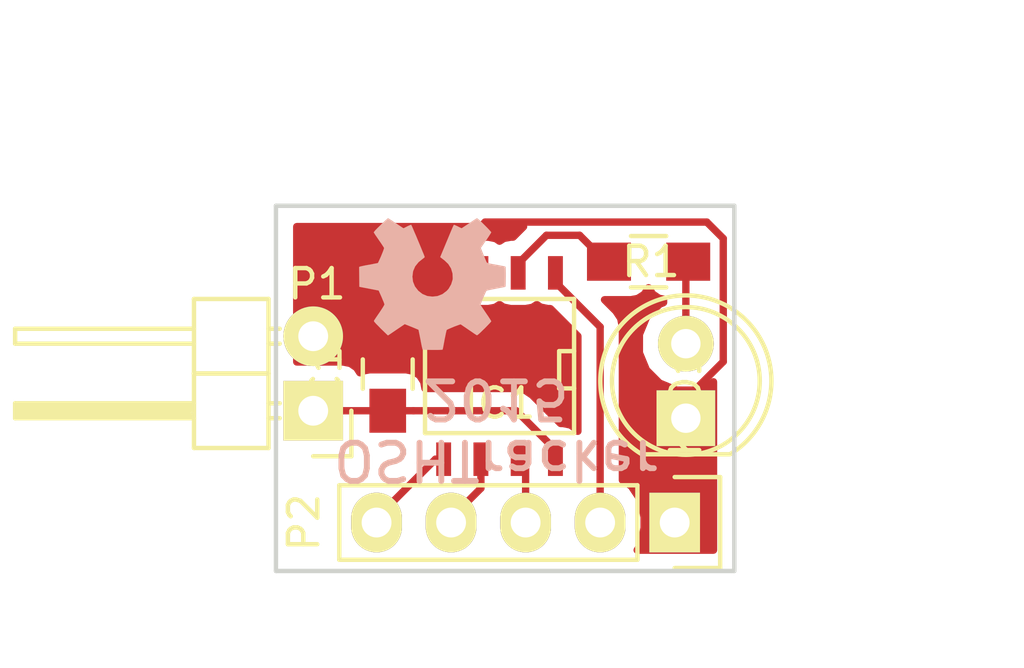
<source format=kicad_pcb>
(kicad_pcb (version 4) (host pcbnew 0.201510010347+6232~30~ubuntu15.10.1-product)

  (general
    (links 12)
    (no_connects 0)
    (area 124.384999 89.459999 140.156001 102.056001)
    (thickness 1.6)
    (drawings 7)
    (tracks 48)
    (zones 0)
    (modules 7)
    (nets 9)
  )

  (page A4)
  (layers
    (0 F.Cu signal)
    (31 B.Cu signal)
    (32 B.Adhes user)
    (33 F.Adhes user)
    (34 B.Paste user)
    (35 F.Paste user)
    (36 B.SilkS user)
    (37 F.SilkS user)
    (38 B.Mask user)
    (39 F.Mask user)
    (40 Dwgs.User user)
    (41 Cmts.User user)
    (42 Eco1.User user)
    (43 Eco2.User user)
    (44 Edge.Cuts user)
    (45 Margin user)
    (46 B.CrtYd user)
    (47 F.CrtYd user)
    (48 B.Fab user)
    (49 F.Fab user)
  )

  (setup
    (last_trace_width 0.25)
    (user_trace_width 0.2)
    (user_trace_width 0.5)
    (user_trace_width 1)
    (trace_clearance 0.2)
    (zone_clearance 0.4)
    (zone_45_only no)
    (trace_min 0.2)
    (segment_width 0.2)
    (edge_width 0.15)
    (via_size 0.6)
    (via_drill 0.4)
    (via_min_size 0.4)
    (via_min_drill 0.3)
    (uvia_size 0.3)
    (uvia_drill 0.1)
    (uvias_allowed no)
    (uvia_min_size 0.2)
    (uvia_min_drill 0.1)
    (pcb_text_width 0.3)
    (pcb_text_size 1.5 1.5)
    (mod_edge_width 0.15)
    (mod_text_size 1 1)
    (mod_text_width 0.15)
    (pad_size 1.524 1.524)
    (pad_drill 0.762)
    (pad_to_mask_clearance 0.2)
    (aux_axis_origin 0 0)
    (visible_elements FFFFFF7F)
    (pcbplotparams
      (layerselection 0x00030_80000001)
      (usegerberextensions false)
      (excludeedgelayer true)
      (linewidth 0.100000)
      (plotframeref false)
      (viasonmask false)
      (mode 1)
      (useauxorigin false)
      (hpglpennumber 1)
      (hpglpenspeed 20)
      (hpglpendiameter 15)
      (hpglpenoverlay 2)
      (psnegative false)
      (psa4output false)
      (plotreference true)
      (plotvalue true)
      (plotinvisibletext false)
      (padsonsilk false)
      (subtractmaskfromsilk false)
      (outputformat 1)
      (mirror false)
      (drillshape 1)
      (scaleselection 1)
      (outputdirectory ""))
  )

  (net 0 "")
  (net 1 VCC)
  (net 2 GND)
  (net 3 "Net-(D1-Pad2)")
  (net 4 /PROG_SCK)
  (net 5 /PROG_MISO)
  (net 6 /PROG_MOSI)
  (net 7 "Net-(IC1-Pad2)")
  (net 8 /PROG_RESET)

  (net_class Default "To jest domyślna klasa połączeń."
    (clearance 0.2)
    (trace_width 0.25)
    (via_dia 0.6)
    (via_drill 0.4)
    (uvia_dia 0.3)
    (uvia_drill 0.1)
    (add_net /PROG_MISO)
    (add_net /PROG_MOSI)
    (add_net /PROG_RESET)
    (add_net /PROG_SCK)
    (add_net GND)
    (add_net "Net-(D1-Pad2)")
    (add_net "Net-(IC1-Pad2)")
    (add_net VCC)
  )

  (module Capacitors_SMD:C_0805_HandSoldering (layer F.Cu) (tedit 541A9B8D) (tstamp 56141250)
    (at 128.27 95.27 90)
    (descr "Capacitor SMD 0805, hand soldering")
    (tags "capacitor 0805")
    (path /56128427)
    (attr smd)
    (fp_text reference C1 (at 0 -2.1 90) (layer F.SilkS)
      (effects (font (size 1 1) (thickness 0.15)))
    )
    (fp_text value C (at 0 2.1 90) (layer F.Fab)
      (effects (font (size 1 1) (thickness 0.15)))
    )
    (fp_line (start -2.3 -1) (end 2.3 -1) (layer F.CrtYd) (width 0.05))
    (fp_line (start -2.3 1) (end 2.3 1) (layer F.CrtYd) (width 0.05))
    (fp_line (start -2.3 -1) (end -2.3 1) (layer F.CrtYd) (width 0.05))
    (fp_line (start 2.3 -1) (end 2.3 1) (layer F.CrtYd) (width 0.05))
    (fp_line (start 0.5 -0.85) (end -0.5 -0.85) (layer F.SilkS) (width 0.15))
    (fp_line (start -0.5 0.85) (end 0.5 0.85) (layer F.SilkS) (width 0.15))
    (pad 1 smd rect (at -1.25 0 90) (size 1.5 1.25) (layers F.Cu F.Paste F.Mask)
      (net 1 VCC))
    (pad 2 smd rect (at 1.25 0 90) (size 1.5 1.25) (layers F.Cu F.Paste F.Mask)
      (net 2 GND))
    (model Capacitors_SMD.3dshapes/C_0805_HandSoldering.wrl
      (at (xyz 0 0 0))
      (scale (xyz 1 1 1))
      (rotate (xyz 0 0 0))
    )
  )

  (module LEDs:LED-5MM (layer F.Cu) (tedit 5612F4D5) (tstamp 5614125C)
    (at 138.43 96.774 90)
    (descr "LED 5mm round vertical")
    (tags "LED 5mm round vertical")
    (path /561281AC)
    (fp_text reference D1 (at 1.397 0 90) (layer F.SilkS)
      (effects (font (size 1 1) (thickness 0.15)))
    )
    (fp_text value IR_LED (at 1.524 -2.54 90) (layer F.Fab)
      (effects (font (size 1 1) (thickness 0.15)))
    )
    (fp_line (start -1.5 -1.55) (end -1.5 1.55) (layer F.CrtYd) (width 0.05))
    (fp_arc (start 1.3 0) (end -1.5 1.55) (angle -302) (layer F.CrtYd) (width 0.05))
    (fp_arc (start 1.27 0) (end -1.23 -1.5) (angle 297.5) (layer F.SilkS) (width 0.15))
    (fp_line (start -1.23 1.5) (end -1.23 -1.5) (layer F.SilkS) (width 0.15))
    (fp_circle (center 1.27 0) (end 0.97 -2.5) (layer F.SilkS) (width 0.15))
    (fp_text user K (at -0.8255 0 90) (layer F.SilkS)
      (effects (font (size 1 1) (thickness 0.15)))
    )
    (pad 1 thru_hole rect (at 0 0 180) (size 2 1.9) (drill 1.00076) (layers *.Cu *.Mask F.SilkS)
      (net 2 GND))
    (pad 2 thru_hole circle (at 2.54 0 90) (size 1.9 1.9) (drill 1.00076) (layers *.Cu *.Mask F.SilkS)
      (net 3 "Net-(D1-Pad2)"))
    (model LEDs.3dshapes/LED-5MM.wrl
      (at (xyz 0.05 0 0))
      (scale (xyz 1 1 1))
      (rotate (xyz 0 0 90))
    )
  )

  (module SMD_Packages:SOIC-8-N (layer F.Cu) (tedit 0) (tstamp 5614126F)
    (at 132.08 94.996 180)
    (descr "Module Narrow CMS SOJ 8 pins large")
    (tags "CMS SOJ")
    (path /5612793D)
    (attr smd)
    (fp_text reference IC1 (at 0 -1.27 180) (layer F.SilkS)
      (effects (font (size 1 1) (thickness 0.15)))
    )
    (fp_text value ATTINY45-S (at 0 1.27 180) (layer F.Fab)
      (effects (font (size 1 1) (thickness 0.15)))
    )
    (fp_line (start -2.54 -2.286) (end 2.54 -2.286) (layer F.SilkS) (width 0.15))
    (fp_line (start 2.54 -2.286) (end 2.54 2.286) (layer F.SilkS) (width 0.15))
    (fp_line (start 2.54 2.286) (end -2.54 2.286) (layer F.SilkS) (width 0.15))
    (fp_line (start -2.54 2.286) (end -2.54 -2.286) (layer F.SilkS) (width 0.15))
    (fp_line (start -2.54 -0.762) (end -2.032 -0.762) (layer F.SilkS) (width 0.15))
    (fp_line (start -2.032 -0.762) (end -2.032 0.508) (layer F.SilkS) (width 0.15))
    (fp_line (start -2.032 0.508) (end -2.54 0.508) (layer F.SilkS) (width 0.15))
    (pad 8 smd rect (at -1.905 -3.175 180) (size 0.508 1.143) (layers F.Cu F.Paste F.Mask)
      (net 1 VCC))
    (pad 7 smd rect (at -0.635 -3.175 180) (size 0.508 1.143) (layers F.Cu F.Paste F.Mask)
      (net 4 /PROG_SCK))
    (pad 6 smd rect (at 0.635 -3.175 180) (size 0.508 1.143) (layers F.Cu F.Paste F.Mask)
      (net 5 /PROG_MISO))
    (pad 5 smd rect (at 1.905 -3.175 180) (size 0.508 1.143) (layers F.Cu F.Paste F.Mask)
      (net 6 /PROG_MOSI))
    (pad 4 smd rect (at 1.905 3.175 180) (size 0.508 1.143) (layers F.Cu F.Paste F.Mask)
      (net 2 GND))
    (pad 3 smd rect (at 0.635 3.175 180) (size 0.508 1.143) (layers F.Cu F.Paste F.Mask))
    (pad 2 smd rect (at -0.635 3.175 180) (size 0.508 1.143) (layers F.Cu F.Paste F.Mask)
      (net 7 "Net-(IC1-Pad2)"))
    (pad 1 smd rect (at -1.905 3.175 180) (size 0.508 1.143) (layers F.Cu F.Paste F.Mask)
      (net 8 /PROG_RESET))
    (model SMD_Packages.3dshapes/SOIC-8-N.wrl
      (at (xyz 0 0 0))
      (scale (xyz 0.5 0.38 0.5))
      (rotate (xyz 0 0 0))
    )
  )

  (module Pin_Headers:Pin_Header_Angled_1x02 (layer F.Cu) (tedit 5612F493) (tstamp 56141292)
    (at 125.73 96.52 180)
    (descr "Through hole pin header")
    (tags "pin header")
    (path /56128524)
    (fp_text reference P1 (at -0.127 4.318 180) (layer F.SilkS)
      (effects (font (size 1 1) (thickness 0.15)))
    )
    (fp_text value POWER_CONN (at 0 -3.1 180) (layer F.Fab)
      (effects (font (size 1 1) (thickness 0.15)))
    )
    (fp_line (start -1.5 -1.75) (end -1.5 4.3) (layer F.CrtYd) (width 0.05))
    (fp_line (start 10.65 -1.75) (end 10.65 4.3) (layer F.CrtYd) (width 0.05))
    (fp_line (start -1.5 -1.75) (end 10.65 -1.75) (layer F.CrtYd) (width 0.05))
    (fp_line (start -1.5 4.3) (end 10.65 4.3) (layer F.CrtYd) (width 0.05))
    (fp_line (start -1.3 -1.55) (end -1.3 0) (layer F.SilkS) (width 0.15))
    (fp_line (start 0 -1.55) (end -1.3 -1.55) (layer F.SilkS) (width 0.15))
    (fp_line (start 4.191 -0.127) (end 10.033 -0.127) (layer F.SilkS) (width 0.15))
    (fp_line (start 10.033 -0.127) (end 10.033 0.127) (layer F.SilkS) (width 0.15))
    (fp_line (start 10.033 0.127) (end 4.191 0.127) (layer F.SilkS) (width 0.15))
    (fp_line (start 4.191 0.127) (end 4.191 0) (layer F.SilkS) (width 0.15))
    (fp_line (start 4.191 0) (end 10.033 0) (layer F.SilkS) (width 0.15))
    (fp_line (start 1.524 -0.254) (end 1.143 -0.254) (layer F.SilkS) (width 0.15))
    (fp_line (start 1.524 0.254) (end 1.143 0.254) (layer F.SilkS) (width 0.15))
    (fp_line (start 1.524 2.286) (end 1.143 2.286) (layer F.SilkS) (width 0.15))
    (fp_line (start 1.524 2.794) (end 1.143 2.794) (layer F.SilkS) (width 0.15))
    (fp_line (start 1.524 -1.27) (end 4.064 -1.27) (layer F.SilkS) (width 0.15))
    (fp_line (start 1.524 1.27) (end 4.064 1.27) (layer F.SilkS) (width 0.15))
    (fp_line (start 1.524 1.27) (end 1.524 3.81) (layer F.SilkS) (width 0.15))
    (fp_line (start 1.524 3.81) (end 4.064 3.81) (layer F.SilkS) (width 0.15))
    (fp_line (start 4.064 2.286) (end 10.16 2.286) (layer F.SilkS) (width 0.15))
    (fp_line (start 10.16 2.286) (end 10.16 2.794) (layer F.SilkS) (width 0.15))
    (fp_line (start 10.16 2.794) (end 4.064 2.794) (layer F.SilkS) (width 0.15))
    (fp_line (start 4.064 3.81) (end 4.064 1.27) (layer F.SilkS) (width 0.15))
    (fp_line (start 4.064 1.27) (end 4.064 -1.27) (layer F.SilkS) (width 0.15))
    (fp_line (start 10.16 0.254) (end 4.064 0.254) (layer F.SilkS) (width 0.15))
    (fp_line (start 10.16 -0.254) (end 10.16 0.254) (layer F.SilkS) (width 0.15))
    (fp_line (start 4.064 -0.254) (end 10.16 -0.254) (layer F.SilkS) (width 0.15))
    (fp_line (start 1.524 1.27) (end 4.064 1.27) (layer F.SilkS) (width 0.15))
    (fp_line (start 1.524 -1.27) (end 1.524 1.27) (layer F.SilkS) (width 0.15))
    (pad 1 thru_hole rect (at 0 0 180) (size 2.032 2.032) (drill 1.016) (layers *.Cu *.Mask F.SilkS)
      (net 1 VCC))
    (pad 2 thru_hole oval (at 0 2.54 180) (size 2.032 2.032) (drill 1.016) (layers *.Cu *.Mask F.SilkS)
      (net 2 GND))
    (model Pin_Headers.3dshapes/Pin_Header_Angled_1x02.wrl
      (at (xyz 0 -0.05 0))
      (scale (xyz 1 1 1))
      (rotate (xyz 0 0 90))
    )
  )

  (module Resistors_SMD:R_0805_HandSoldering (layer F.Cu) (tedit 54189DEE) (tstamp 56154274)
    (at 137.16 91.44)
    (descr "Resistor SMD 0805, hand soldering")
    (tags "resistor 0805")
    (path /561282FA)
    (attr smd)
    (fp_text reference R1 (at 0.08 0) (layer F.SilkS)
      (effects (font (size 1 1) (thickness 0.15)))
    )
    (fp_text value R (at 0 2.1) (layer F.Fab)
      (effects (font (size 1 1) (thickness 0.15)))
    )
    (fp_line (start -2.4 -1) (end 2.4 -1) (layer F.CrtYd) (width 0.05))
    (fp_line (start -2.4 1) (end 2.4 1) (layer F.CrtYd) (width 0.05))
    (fp_line (start -2.4 -1) (end -2.4 1) (layer F.CrtYd) (width 0.05))
    (fp_line (start 2.4 -1) (end 2.4 1) (layer F.CrtYd) (width 0.05))
    (fp_line (start 0.6 0.875) (end -0.6 0.875) (layer F.SilkS) (width 0.15))
    (fp_line (start -0.6 -0.875) (end 0.6 -0.875) (layer F.SilkS) (width 0.15))
    (pad 1 smd rect (at -1.35 0) (size 1.5 1.3) (layers F.Cu F.Paste F.Mask)
      (net 7 "Net-(IC1-Pad2)"))
    (pad 2 smd rect (at 1.35 0) (size 1.5 1.3) (layers F.Cu F.Paste F.Mask)
      (net 3 "Net-(D1-Pad2)"))
    (model Resistors_SMD.3dshapes/R_0805_HandSoldering.wrl
      (at (xyz 0 0 0))
      (scale (xyz 1 1 1))
      (rotate (xyz 0 0 0))
    )
  )

  (module Pin_Headers:Pin_Header_Straight_1x05 (layer F.Cu) (tedit 5612F4ED) (tstamp 56167C11)
    (at 138.049 100.33 270)
    (descr "Through hole pin header")
    (tags "pin header")
    (path /5612F21E)
    (fp_text reference P2 (at 0 12.6365 450) (layer F.SilkS)
      (effects (font (size 1 1) (thickness 0.15)))
    )
    (fp_text value CONN_01X05 (at 0 -3.1 270) (layer F.Fab)
      (effects (font (size 1 1) (thickness 0.15)))
    )
    (fp_line (start -1.55 0) (end -1.55 -1.55) (layer F.SilkS) (width 0.15))
    (fp_line (start -1.55 -1.55) (end 1.55 -1.55) (layer F.SilkS) (width 0.15))
    (fp_line (start 1.55 -1.55) (end 1.55 0) (layer F.SilkS) (width 0.15))
    (fp_line (start -1.75 -1.75) (end -1.75 11.95) (layer F.CrtYd) (width 0.05))
    (fp_line (start 1.75 -1.75) (end 1.75 11.95) (layer F.CrtYd) (width 0.05))
    (fp_line (start -1.75 -1.75) (end 1.75 -1.75) (layer F.CrtYd) (width 0.05))
    (fp_line (start -1.75 11.95) (end 1.75 11.95) (layer F.CrtYd) (width 0.05))
    (fp_line (start 1.27 1.27) (end 1.27 11.43) (layer F.SilkS) (width 0.15))
    (fp_line (start 1.27 11.43) (end -1.27 11.43) (layer F.SilkS) (width 0.15))
    (fp_line (start -1.27 11.43) (end -1.27 1.27) (layer F.SilkS) (width 0.15))
    (fp_line (start 1.27 1.27) (end -1.27 1.27) (layer F.SilkS) (width 0.15))
    (pad 1 thru_hole rect (at 0 0 270) (size 2.032 1.7272) (drill 1.016) (layers *.Cu *.Mask F.SilkS)
      (net 2 GND))
    (pad 2 thru_hole oval (at 0 2.54 270) (size 2.032 1.7272) (drill 1.016) (layers *.Cu *.Mask F.SilkS)
      (net 8 /PROG_RESET))
    (pad 3 thru_hole oval (at 0 5.08 270) (size 2.032 1.7272) (drill 1.016) (layers *.Cu *.Mask F.SilkS)
      (net 4 /PROG_SCK))
    (pad 4 thru_hole oval (at 0 7.62 270) (size 2.032 1.7272) (drill 1.016) (layers *.Cu *.Mask F.SilkS)
      (net 5 /PROG_MISO))
    (pad 5 thru_hole oval (at 0 10.16 270) (size 2.032 1.7272) (drill 1.016) (layers *.Cu *.Mask F.SilkS)
      (net 6 /PROG_MOSI))
    (model Pin_Headers.3dshapes/Pin_Header_Straight_1x05.wrl
      (at (xyz 0 -0.2 0))
      (scale (xyz 1 1 1))
      (rotate (xyz 0 0 90))
    )
  )

  (module footprints:Logo_silk_OSHW_6x6mm_notext (layer B.Cu) (tedit 0) (tstamp 561C5EEF)
    (at 129.794 92.202)
    (descr "Open Hardware Logo, 6x6mm")
    (fp_text reference G*** (at 0 0) (layer B.SilkS) hide
      (effects (font (size 0.22606 0.22606) (thickness 0.04318)) (justify mirror))
    )
    (fp_text value LOGO (at 0 -0.3) (layer B.SilkS) hide
      (effects (font (size 0.22606 0.22606) (thickness 0.04318)) (justify mirror))
    )
    (fp_poly (pts (xy -1.51384 -2.24536) (xy -1.48844 -2.23012) (xy -1.43002 -2.19456) (xy -1.3462 -2.13868)
      (xy -1.24714 -2.07264) (xy -1.14808 -2.0066) (xy -1.0668 -1.95326) (xy -1.01092 -1.91516)
      (xy -0.98552 -1.90246) (xy -0.97282 -1.90754) (xy -0.9271 -1.9304) (xy -0.85852 -1.96596)
      (xy -0.81788 -1.98628) (xy -0.75692 -2.01168) (xy -0.7239 -2.0193) (xy -0.71882 -2.00914)
      (xy -0.69596 -1.96088) (xy -0.6604 -1.8796) (xy -0.61468 -1.77038) (xy -0.5588 -1.64338)
      (xy -0.50292 -1.50876) (xy -0.4445 -1.36906) (xy -0.38862 -1.23444) (xy -0.34036 -1.11506)
      (xy -0.29972 -1.01854) (xy -0.27432 -0.94996) (xy -0.26416 -0.92202) (xy -0.2667 -0.9144)
      (xy -0.29972 -0.88392) (xy -0.35306 -0.84328) (xy -0.47244 -0.74676) (xy -0.58928 -0.60198)
      (xy -0.6604 -0.43688) (xy -0.68326 -0.25146) (xy -0.66294 -0.08128) (xy -0.5969 0.08128)
      (xy -0.4826 0.2286) (xy -0.3429 0.33782) (xy -0.18034 0.4064) (xy 0 0.42926)
      (xy 0.17272 0.40894) (xy 0.34036 0.3429) (xy 0.48768 0.23114) (xy 0.55118 0.16002)
      (xy 0.63754 0.01016) (xy 0.6858 -0.14732) (xy 0.69088 -0.18796) (xy 0.68326 -0.36322)
      (xy 0.63246 -0.5334) (xy 0.53848 -0.68326) (xy 0.40894 -0.80772) (xy 0.3937 -0.81788)
      (xy 0.33528 -0.8636) (xy 0.29464 -0.89408) (xy 0.26416 -0.91948) (xy 0.48768 -1.45796)
      (xy 0.52324 -1.54178) (xy 0.5842 -1.6891) (xy 0.63754 -1.8161) (xy 0.68072 -1.9177)
      (xy 0.7112 -1.98374) (xy 0.7239 -2.01168) (xy 0.7239 -2.01422) (xy 0.74422 -2.01676)
      (xy 0.78486 -2.00152) (xy 0.86106 -1.96596) (xy 0.90932 -1.94056) (xy 0.96774 -1.91262)
      (xy 0.99314 -1.90246) (xy 1.016 -1.91516) (xy 1.06934 -1.95072) (xy 1.15062 -2.00406)
      (xy 1.24714 -2.06756) (xy 1.33858 -2.13106) (xy 1.4224 -2.18694) (xy 1.48336 -2.22504)
      (xy 1.51384 -2.24282) (xy 1.51892 -2.24282) (xy 1.54432 -2.22758) (xy 1.59258 -2.18694)
      (xy 1.66624 -2.11836) (xy 1.77038 -2.01422) (xy 1.78562 -1.99898) (xy 1.87198 -1.91262)
      (xy 1.94056 -1.83896) (xy 1.98628 -1.78816) (xy 2.00406 -1.7653) (xy 2.00406 -1.7653)
      (xy 1.98882 -1.73482) (xy 1.95072 -1.67386) (xy 1.89484 -1.5875) (xy 1.82626 -1.48844)
      (xy 1.64846 -1.22936) (xy 1.74498 -0.98552) (xy 1.77546 -0.90932) (xy 1.81356 -0.82042)
      (xy 1.8415 -0.75438) (xy 1.85674 -0.72644) (xy 1.88214 -0.71628) (xy 1.95072 -0.70104)
      (xy 2.04724 -0.68072) (xy 2.16154 -0.6604) (xy 2.2733 -0.64008) (xy 2.37236 -0.61976)
      (xy 2.44348 -0.60706) (xy 2.4765 -0.59944) (xy 2.48412 -0.59436) (xy 2.49174 -0.57912)
      (xy 2.49428 -0.5461) (xy 2.49682 -0.48514) (xy 2.49936 -0.39116) (xy 2.49936 -0.25146)
      (xy 2.49936 -0.23622) (xy 2.49682 -0.10668) (xy 2.49428 0) (xy 2.49174 0.06604)
      (xy 2.48666 0.09398) (xy 2.48666 0.09398) (xy 2.45618 0.1016) (xy 2.38506 0.11684)
      (xy 2.286 0.13462) (xy 2.16662 0.15748) (xy 2.159 0.16002) (xy 2.04216 0.18288)
      (xy 1.9431 0.2032) (xy 1.87198 0.21844) (xy 1.84404 0.2286) (xy 1.83642 0.23622)
      (xy 1.81356 0.28194) (xy 1.78054 0.3556) (xy 1.7399 0.4445) (xy 1.7018 0.53848)
      (xy 1.66878 0.6223) (xy 1.64592 0.68326) (xy 1.6383 0.7112) (xy 1.64084 0.71374)
      (xy 1.65862 0.74168) (xy 1.69926 0.80264) (xy 1.75514 0.88646) (xy 1.82372 0.98806)
      (xy 1.8288 0.99568) (xy 1.89738 1.09474) (xy 1.95326 1.1811) (xy 1.98882 1.23952)
      (xy 2.00406 1.26746) (xy 2.00406 1.27) (xy 1.9812 1.30048) (xy 1.9304 1.35636)
      (xy 1.85674 1.43256) (xy 1.77038 1.52146) (xy 1.74244 1.54686) (xy 1.64338 1.64338)
      (xy 1.57734 1.70434) (xy 1.53416 1.73736) (xy 1.51384 1.74498) (xy 1.51384 1.74498)
      (xy 1.48336 1.7272) (xy 1.41986 1.68656) (xy 1.33604 1.62814) (xy 1.23444 1.55956)
      (xy 1.22682 1.55448) (xy 1.12776 1.4859) (xy 1.04394 1.43002) (xy 0.98552 1.38938)
      (xy 0.95758 1.37414) (xy 0.95504 1.37414) (xy 0.9144 1.38684) (xy 0.84328 1.41224)
      (xy 0.75438 1.44526) (xy 0.66294 1.48336) (xy 0.57912 1.51892) (xy 0.51562 1.54686)
      (xy 0.48514 1.56464) (xy 0.48514 1.56464) (xy 0.47498 1.6002) (xy 0.4572 1.6764)
      (xy 0.43688 1.778) (xy 0.41148 1.89992) (xy 0.40894 1.92024) (xy 0.38608 2.03962)
      (xy 0.3683 2.13868) (xy 0.35306 2.20726) (xy 0.34544 2.2352) (xy 0.3302 2.23774)
      (xy 0.27178 2.24282) (xy 0.18288 2.24536) (xy 0.07366 2.24536) (xy -0.0381 2.24536)
      (xy -0.14732 2.24282) (xy -0.2413 2.24028) (xy -0.30988 2.2352) (xy -0.33782 2.23012)
      (xy -0.33782 2.22758) (xy -0.34798 2.18948) (xy -0.36576 2.11582) (xy -0.38608 2.01168)
      (xy -0.40894 1.88976) (xy -0.41402 1.8669) (xy -0.43688 1.75006) (xy -0.4572 1.651)
      (xy -0.4699 1.58496) (xy -0.47752 1.55702) (xy -0.49022 1.55194) (xy -0.53848 1.53162)
      (xy -0.61722 1.4986) (xy -0.71628 1.45796) (xy -0.94488 1.36652) (xy -1.22682 1.55702)
      (xy -1.25222 1.5748) (xy -1.35382 1.64338) (xy -1.4351 1.69926) (xy -1.49352 1.73736)
      (xy -1.51638 1.75006) (xy -1.51892 1.75006) (xy -1.54686 1.72466) (xy -1.60274 1.67132)
      (xy -1.67894 1.59766) (xy -1.76784 1.5113) (xy -1.83134 1.44526) (xy -1.91008 1.36652)
      (xy -1.95834 1.31318) (xy -1.98628 1.28016) (xy -1.9939 1.25984) (xy -1.99136 1.2446)
      (xy -1.97358 1.21666) (xy -1.93294 1.1557) (xy -1.87452 1.06934) (xy -1.80594 0.97028)
      (xy -1.75006 0.88646) (xy -1.6891 0.79248) (xy -1.651 0.72644) (xy -1.63576 0.69342)
      (xy -1.64084 0.68072) (xy -1.65862 0.62484) (xy -1.69418 0.54102) (xy -1.73482 0.44196)
      (xy -1.83388 0.22098) (xy -1.97866 0.19304) (xy -2.06756 0.17526) (xy -2.18948 0.1524)
      (xy -2.30886 0.12954) (xy -2.49174 0.09398) (xy -2.49936 -0.58166) (xy -2.47142 -0.59436)
      (xy -2.44348 -0.60198) (xy -2.3749 -0.61722) (xy -2.27838 -0.63754) (xy -2.16154 -0.65786)
      (xy -2.06502 -0.67564) (xy -1.96596 -0.69596) (xy -1.89484 -0.70866) (xy -1.86436 -0.71628)
      (xy -1.8542 -0.72644) (xy -1.83134 -0.7747) (xy -1.79578 -0.8509) (xy -1.75514 -0.94234)
      (xy -1.71704 -1.03632) (xy -1.68148 -1.12522) (xy -1.65862 -1.19126) (xy -1.64846 -1.22428)
      (xy -1.66116 -1.25222) (xy -1.69926 -1.31064) (xy -1.7526 -1.39192) (xy -1.82118 -1.49098)
      (xy -1.88722 -1.5875) (xy -1.94564 -1.67132) (xy -1.98374 -1.73228) (xy -2.00152 -1.76022)
      (xy -1.99136 -1.778) (xy -1.95326 -1.82626) (xy -1.8796 -1.90246) (xy -1.76784 -2.01168)
      (xy -1.75006 -2.02946) (xy -1.6637 -2.11328) (xy -1.59004 -2.18186) (xy -1.5367 -2.22758)
      (xy -1.51384 -2.24536)) (layer B.SilkS) (width 0.00254))
  )

  (dimension 15.621 (width 0.3) (layer F.Fab)
    (gr_text "15,621 mm" (at 132.2705 84.375) (layer F.Fab)
      (effects (font (size 1.5 1.5) (thickness 0.3)))
    )
    (feature1 (pts (xy 140.081 89.535) (xy 140.081 83.025)))
    (feature2 (pts (xy 124.46 89.535) (xy 124.46 83.025)))
    (crossbar (pts (xy 124.46 85.725) (xy 140.081 85.725)))
    (arrow1a (pts (xy 140.081 85.725) (xy 138.954496 86.311421)))
    (arrow1b (pts (xy 140.081 85.725) (xy 138.954496 85.138579)))
    (arrow2a (pts (xy 124.46 85.725) (xy 125.586504 86.311421)))
    (arrow2b (pts (xy 124.46 85.725) (xy 125.586504 85.138579)))
  )
  (dimension 12.446 (width 0.3) (layer F.Fab)
    (gr_text "12,446 mm" (at 147.273 95.758 270) (layer F.Fab)
      (effects (font (size 1.5 1.5) (thickness 0.3)))
    )
    (feature1 (pts (xy 140.081 101.981) (xy 148.623 101.981)))
    (feature2 (pts (xy 140.081 89.535) (xy 148.623 89.535)))
    (crossbar (pts (xy 145.923 89.535) (xy 145.923 101.981)))
    (arrow1a (pts (xy 145.923 101.981) (xy 145.336579 100.854496)))
    (arrow1b (pts (xy 145.923 101.981) (xy 146.509421 100.854496)))
    (arrow2a (pts (xy 145.923 89.535) (xy 145.336579 90.661504)))
    (arrow2b (pts (xy 145.923 89.535) (xy 146.509421 90.661504)))
  )
  (gr_text "OSHTracker\n2015" (at 131.953 97.155 180) (layer B.SilkS)
    (effects (font (size 1.3 1.3) (thickness 0.2)) (justify mirror))
  )
  (gr_line (start 124.46 101.981) (end 124.46 89.535) (layer Edge.Cuts) (width 0.15))
  (gr_line (start 140.081 101.981) (end 124.46 101.981) (layer Edge.Cuts) (width 0.15))
  (gr_line (start 140.081 89.535) (end 140.081 101.981) (layer Edge.Cuts) (width 0.15))
  (gr_line (start 124.46 89.535) (end 140.081 89.535) (layer Edge.Cuts) (width 0.15))

  (segment (start 133.985 98.171) (end 133.985 97.8535) (width 0.25) (layer F.Cu) (net 1))
  (segment (start 133.985 97.8535) (end 132.6515 96.52) (width 0.25) (layer F.Cu) (net 1))
  (segment (start 132.6515 96.52) (end 129.145 96.52) (width 0.25) (layer F.Cu) (net 1))
  (segment (start 129.145 96.52) (end 128.27 96.52) (width 0.25) (layer F.Cu) (net 1))
  (segment (start 125.73 96.52) (end 128.27 96.52) (width 0.25) (layer F.Cu) (net 1))
  (segment (start 128.27 94.02) (end 129.145 94.02) (width 0.25) (layer F.Cu) (net 2))
  (segment (start 129.145 94.02) (end 130.175 92.99) (width 0.25) (layer F.Cu) (net 2))
  (segment (start 130.175 92.99) (end 130.175 92.6425) (width 0.25) (layer F.Cu) (net 2))
  (segment (start 130.175 92.6425) (end 130.175 91.821) (width 0.25) (layer F.Cu) (net 2))
  (segment (start 138.049 100.33) (end 138.049 97.155) (width 0.25) (layer F.Cu) (net 2))
  (segment (start 138.049 97.155) (end 138.43 96.774) (width 0.25) (layer F.Cu) (net 2))
  (segment (start 138.43 96.774) (end 138.43 96.121002) (width 0.25) (layer F.Cu) (net 2))
  (segment (start 139.144992 90.08999) (end 131.58851 90.08999) (width 0.25) (layer F.Cu) (net 2))
  (segment (start 138.43 96.121002) (end 139.705001 94.846001) (width 0.25) (layer F.Cu) (net 2))
  (segment (start 139.705001 94.846001) (end 139.705001 90.649999) (width 0.25) (layer F.Cu) (net 2))
  (segment (start 139.705001 90.649999) (end 139.144992 90.08999) (width 0.25) (layer F.Cu) (net 2))
  (segment (start 131.58851 90.08999) (end 130.175 91.5035) (width 0.25) (layer F.Cu) (net 2))
  (segment (start 130.175 91.5035) (end 130.175 91.821) (width 0.25) (layer F.Cu) (net 2))
  (segment (start 138.43 96.774) (end 138.38 96.774) (width 0.25) (layer F.Cu) (net 2))
  (segment (start 128.27 94.02) (end 128.27 93.6625) (width 0.25) (layer F.Cu) (net 2))
  (segment (start 130.175 91.7575) (end 130.175 91.44) (width 0.25) (layer F.Cu) (net 2))
  (segment (start 125.73 93.98) (end 128.23 93.98) (width 0.25) (layer F.Cu) (net 2))
  (segment (start 128.23 93.98) (end 128.27 94.02) (width 0.25) (layer F.Cu) (net 2))
  (segment (start 138.43 94.234) (end 138.43 91.52) (width 0.25) (layer F.Cu) (net 3))
  (segment (start 138.43 91.52) (end 138.51 91.44) (width 0.25) (layer F.Cu) (net 3))
  (segment (start 132.969 100.33) (end 132.969 98.425) (width 0.25) (layer F.Cu) (net 4))
  (segment (start 132.969 98.425) (end 132.715 98.171) (width 0.25) (layer F.Cu) (net 4))
  (segment (start 130.429 100.33) (end 130.429 100.1776) (width 0.25) (layer F.Cu) (net 5))
  (segment (start 131.445 99.1616) (end 131.445 98.9925) (width 0.25) (layer F.Cu) (net 5))
  (segment (start 130.429 100.1776) (end 131.445 99.1616) (width 0.25) (layer F.Cu) (net 5))
  (segment (start 131.445 98.9925) (end 131.445 98.171) (width 0.25) (layer F.Cu) (net 5))
  (segment (start 127.889 100.33) (end 127.889 100.1776) (width 0.25) (layer F.Cu) (net 6))
  (segment (start 127.889 100.1776) (end 129.8956 98.171) (width 0.25) (layer F.Cu) (net 6))
  (segment (start 129.8956 98.171) (end 130.175 98.171) (width 0.25) (layer F.Cu) (net 6))
  (segment (start 128.27 100.33) (end 128.27 100.1776) (width 0.25) (layer F.Cu) (net 6))
  (segment (start 130.175 98.2726) (end 130.175 97.79) (width 0.25) (layer F.Cu) (net 6))
  (segment (start 132.715 91.821) (end 132.715 91.5035) (width 0.25) (layer F.Cu) (net 7))
  (segment (start 132.715 91.5035) (end 133.6785 90.54) (width 0.25) (layer F.Cu) (net 7))
  (segment (start 133.6785 90.54) (end 134.81 90.54) (width 0.25) (layer F.Cu) (net 7))
  (segment (start 134.81 90.54) (end 135.71 91.44) (width 0.25) (layer F.Cu) (net 7))
  (segment (start 135.71 91.44) (end 135.81 91.44) (width 0.25) (layer F.Cu) (net 7))
  (segment (start 132.715 91.44) (end 132.715 91.975) (width 0.25) (layer F.Cu) (net 7))
  (segment (start 133.985 91.821) (end 133.985 92.1385) (width 0.25) (layer F.Cu) (net 8))
  (segment (start 133.985 92.1385) (end 135.509 93.6625) (width 0.25) (layer F.Cu) (net 8))
  (segment (start 135.509 93.6625) (end 135.509 99.064) (width 0.25) (layer F.Cu) (net 8))
  (segment (start 135.509 99.064) (end 135.509 100.33) (width 0.25) (layer F.Cu) (net 8))
  (segment (start 133.985 92.2615) (end 133.985 91.44) (width 0.25) (layer F.Cu) (net 8))
  (segment (start 135.89 100.33) (end 135.89 100.254602) (width 0.25) (layer F.Cu) (net 8))

  (zone (net 2) (net_name GND) (layer F.Cu) (tstamp 0) (hatch edge 0.508)
    (connect_pads yes (clearance 0.508))
    (min_thickness 0.254)
    (fill yes (arc_segments 16) (thermal_gap 0.508) (thermal_bridge_width 0.508))
    (polygon
      (pts
        (xy 124.46 89.535) (xy 140.081 89.535) (xy 140.081 101.981) (xy 124.46 101.981)
      )
    )
    (filled_polygon
      (pts
        (xy 137.29591 92.541441) (xy 137.50811 92.686431) (xy 137.67 92.719215) (xy 137.67 92.833053) (xy 137.533343 92.889519)
        (xy 137.087086 93.334997) (xy 136.845276 93.917341) (xy 136.844725 94.547893) (xy 137.085519 95.130657) (xy 137.530997 95.576914)
        (xy 138.113341 95.818724) (xy 138.743893 95.819275) (xy 139.326657 95.578481) (xy 139.371 95.534215) (xy 139.371 101.271)
        (xy 136.771406 101.271) (xy 136.893526 101.088234) (xy 137.0076 100.514745) (xy 137.0076 100.145255) (xy 136.893526 99.571766)
        (xy 136.56867 99.085585) (xy 136.269 98.885352) (xy 136.269 93.6625) (xy 136.211148 93.371661) (xy 136.211148 93.37166)
        (xy 136.046401 93.125099) (xy 135.658742 92.73744) (xy 136.56 92.73744) (xy 136.795317 92.693162) (xy 137.011441 92.55409)
        (xy 137.156431 92.34189) (xy 137.159081 92.328803)
      )
    )
    (filled_polygon
      (pts
        (xy 132.541638 90.60206) (xy 132.461 90.60206) (xy 132.225683 90.646338) (xy 132.079093 90.740666) (xy 131.95089 90.653069)
        (xy 131.699 90.60206) (xy 131.191 90.60206) (xy 130.955683 90.646338) (xy 130.739559 90.78541) (xy 130.594569 90.99761)
        (xy 130.54356 91.2495) (xy 130.54356 92.3925) (xy 130.587838 92.627817) (xy 130.72691 92.843941) (xy 130.93911 92.988931)
        (xy 131.191 93.03994) (xy 131.699 93.03994) (xy 131.934317 92.995662) (xy 132.080907 92.901334) (xy 132.20911 92.988931)
        (xy 132.461 93.03994) (xy 132.969 93.03994) (xy 133.204317 92.995662) (xy 133.350907 92.901334) (xy 133.47911 92.988931)
        (xy 133.731 93.03994) (xy 133.811638 93.03994) (xy 134.749 93.977302) (xy 134.749 97.219405) (xy 134.70309 97.148059)
        (xy 134.49089 97.003069) (xy 134.239 96.95206) (xy 134.158362 96.95206) (xy 133.188901 95.982599) (xy 132.942339 95.817852)
        (xy 132.6515 95.76) (xy 129.540558 95.76) (xy 129.498162 95.534683) (xy 129.35909 95.318559) (xy 129.14689 95.173569)
        (xy 128.895 95.12256) (xy 127.645 95.12256) (xy 127.409683 95.166838) (xy 127.320539 95.224201) (xy 127.21009 95.052559)
        (xy 126.99789 94.907569) (xy 126.746 94.85656) (xy 125.17 94.85656) (xy 125.17 90.245) (xy 132.898698 90.245)
      )
    )
  )
)

</source>
